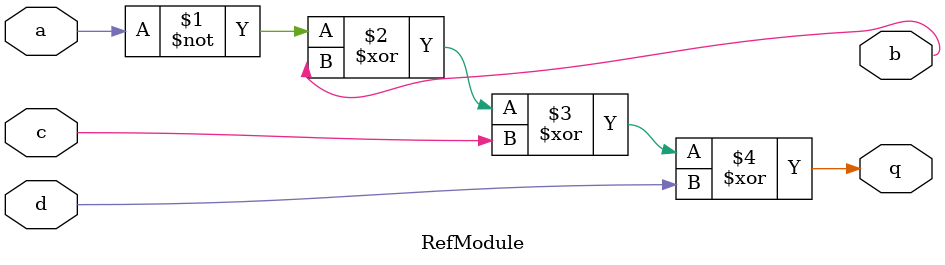
<source format=sv>

module RefModule (
  input a,
  output b,
  input c,
  input d,
  output q
);

  assign q = ~a^b^c^d;

endmodule


</source>
